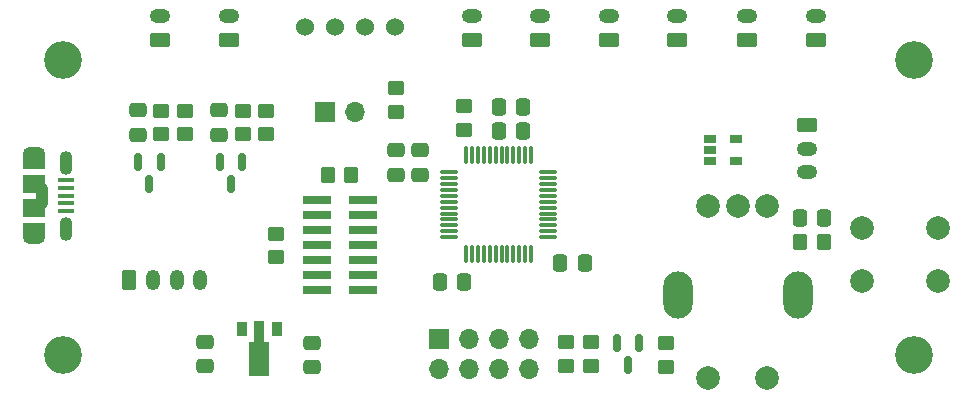
<source format=gbs>
G04 #@! TF.GenerationSoftware,KiCad,Pcbnew,(7.0.0)*
G04 #@! TF.CreationDate,2023-02-19T07:10:24+03:00*
G04 #@! TF.ProjectId,V0_McDisplay,56305f4d-6344-4697-9370-6c61792e6b69,1*
G04 #@! TF.SameCoordinates,Original*
G04 #@! TF.FileFunction,Soldermask,Bot*
G04 #@! TF.FilePolarity,Negative*
%FSLAX46Y46*%
G04 Gerber Fmt 4.6, Leading zero omitted, Abs format (unit mm)*
G04 Created by KiCad (PCBNEW (7.0.0)) date 2023-02-19 07:10:24*
%MOMM*%
%LPD*%
G01*
G04 APERTURE LIST*
G04 Aperture macros list*
%AMRoundRect*
0 Rectangle with rounded corners*
0 $1 Rounding radius*
0 $2 $3 $4 $5 $6 $7 $8 $9 X,Y pos of 4 corners*
0 Add a 4 corners polygon primitive as box body*
4,1,4,$2,$3,$4,$5,$6,$7,$8,$9,$2,$3,0*
0 Add four circle primitives for the rounded corners*
1,1,$1+$1,$2,$3*
1,1,$1+$1,$4,$5*
1,1,$1+$1,$6,$7*
1,1,$1+$1,$8,$9*
0 Add four rect primitives between the rounded corners*
20,1,$1+$1,$2,$3,$4,$5,0*
20,1,$1+$1,$4,$5,$6,$7,0*
20,1,$1+$1,$6,$7,$8,$9,0*
20,1,$1+$1,$8,$9,$2,$3,0*%
%AMFreePoly0*
4,1,9,3.700000,-0.866500,0.875000,-0.866500,0.875000,-0.450000,-0.900000,-0.450000,-0.900000,0.450000,0.875000,0.450000,0.875000,0.866500,3.700000,0.866500,3.700000,-0.866500,3.700000,-0.866500,$1*%
G04 Aperture macros list end*
%ADD10C,2.000000*%
%ADD11C,3.200000*%
%ADD12C,1.524000*%
%ADD13O,2.500000X4.000000*%
%ADD14RoundRect,0.250000X-0.337500X-0.475000X0.337500X-0.475000X0.337500X0.475000X-0.337500X0.475000X0*%
%ADD15RoundRect,0.250000X-0.475000X0.337500X-0.475000X-0.337500X0.475000X-0.337500X0.475000X0.337500X0*%
%ADD16R,1.060000X0.650000*%
%ADD17R,1.700000X1.700000*%
%ADD18O,1.700000X1.700000*%
%ADD19RoundRect,0.250000X-0.625000X0.350000X-0.625000X-0.350000X0.625000X-0.350000X0.625000X0.350000X0*%
%ADD20O,1.750000X1.200000*%
%ADD21R,2.400000X0.740000*%
%ADD22RoundRect,0.075000X-0.075000X0.662500X-0.075000X-0.662500X0.075000X-0.662500X0.075000X0.662500X0*%
%ADD23RoundRect,0.075000X-0.662500X0.075000X-0.662500X-0.075000X0.662500X-0.075000X0.662500X0.075000X0*%
%ADD24RoundRect,0.250000X0.475000X-0.337500X0.475000X0.337500X-0.475000X0.337500X-0.475000X-0.337500X0*%
%ADD25RoundRect,0.250000X0.625000X-0.350000X0.625000X0.350000X-0.625000X0.350000X-0.625000X-0.350000X0*%
%ADD26RoundRect,0.250000X0.337500X0.475000X-0.337500X0.475000X-0.337500X-0.475000X0.337500X-0.475000X0*%
%ADD27RoundRect,0.250000X-0.450000X0.350000X-0.450000X-0.350000X0.450000X-0.350000X0.450000X0.350000X0*%
%ADD28RoundRect,0.250000X0.450000X-0.350000X0.450000X0.350000X-0.450000X0.350000X-0.450000X-0.350000X0*%
%ADD29RoundRect,0.250000X0.350000X0.450000X-0.350000X0.450000X-0.350000X-0.450000X0.350000X-0.450000X0*%
%ADD30RoundRect,0.250000X-0.350000X-0.625000X0.350000X-0.625000X0.350000X0.625000X-0.350000X0.625000X0*%
%ADD31O,1.200000X1.750000*%
%ADD32RoundRect,0.150000X-0.150000X0.587500X-0.150000X-0.587500X0.150000X-0.587500X0.150000X0.587500X0*%
%ADD33R,1.350000X0.400000*%
%ADD34O,1.900000X1.200000*%
%ADD35R,1.900000X1.200000*%
%ADD36O,1.100000X2.000000*%
%ADD37R,1.900000X1.500000*%
%ADD38O,1.100000X2.200000*%
%ADD39R,0.900000X1.300000*%
%ADD40FreePoly0,270.000000*%
G04 APERTURE END LIST*
D10*
X71600000Y-20250000D03*
X78100000Y-20250000D03*
X71600000Y-24750000D03*
X78100000Y-24750000D03*
D11*
X76000000Y-31000000D03*
X4000000Y-31000000D03*
X4000000Y-6000000D03*
X76000000Y-6000000D03*
D12*
X24490000Y-3200000D03*
X27030000Y-3200000D03*
X29570000Y-3200000D03*
X32110000Y-3200000D03*
D10*
X63600000Y-18400000D03*
X58600000Y-18400000D03*
X61100000Y-18400000D03*
D13*
X66179999Y-25899999D03*
X56019999Y-25899999D03*
D10*
X63600000Y-32900000D03*
X58600000Y-32900000D03*
D14*
X66362500Y-19400000D03*
X68437500Y-19400000D03*
D15*
X10300000Y-10262500D03*
X10300000Y-12337500D03*
D16*
X58799999Y-14549999D03*
X58799999Y-13599999D03*
X58799999Y-12649999D03*
X60999999Y-12649999D03*
X60999999Y-14549999D03*
D17*
X35819999Y-29624999D03*
D18*
X35819999Y-32164999D03*
X38359999Y-29624999D03*
X38359999Y-32164999D03*
X40899999Y-29624999D03*
X40899999Y-32164999D03*
X43439999Y-29624999D03*
X43439999Y-32164999D03*
D19*
X66950000Y-11500000D03*
D20*
X66949999Y-13499999D03*
X66949999Y-15499999D03*
D21*
X25449999Y-25509999D03*
X29349999Y-25509999D03*
X25449999Y-24239999D03*
X29349999Y-24239999D03*
X25449999Y-22969999D03*
X29349999Y-22969999D03*
X25449999Y-21699999D03*
X29349999Y-21699999D03*
X25449999Y-20429999D03*
X29349999Y-20429999D03*
X25449999Y-19159999D03*
X29349999Y-19159999D03*
X25449999Y-17889999D03*
X29349999Y-17889999D03*
D17*
X26124999Y-10399999D03*
D18*
X28664999Y-10399999D03*
D15*
X34200000Y-13662500D03*
X34200000Y-15737500D03*
D14*
X46062500Y-23200000D03*
X48137500Y-23200000D03*
D22*
X38112500Y-14087500D03*
X38612500Y-14087500D03*
X39112500Y-14087500D03*
X39612500Y-14087500D03*
X40112500Y-14087500D03*
X40612500Y-14087500D03*
X41112500Y-14087500D03*
X41612500Y-14087500D03*
X42112500Y-14087500D03*
X42612500Y-14087500D03*
X43112500Y-14087500D03*
X43612500Y-14087500D03*
D23*
X45025000Y-15500000D03*
X45025000Y-16000000D03*
X45025000Y-16500000D03*
X45025000Y-17000000D03*
X45025000Y-17500000D03*
X45025000Y-18000000D03*
X45025000Y-18500000D03*
X45025000Y-19000000D03*
X45025000Y-19500000D03*
X45025000Y-20000000D03*
X45025000Y-20500000D03*
X45025000Y-21000000D03*
D22*
X43612500Y-22412500D03*
X43112500Y-22412500D03*
X42612500Y-22412500D03*
X42112500Y-22412500D03*
X41612500Y-22412500D03*
X41112500Y-22412500D03*
X40612500Y-22412500D03*
X40112500Y-22412500D03*
X39612500Y-22412500D03*
X39112500Y-22412500D03*
X38612500Y-22412500D03*
X38112500Y-22412500D03*
D23*
X36700000Y-21000000D03*
X36700000Y-20500000D03*
X36700000Y-20000000D03*
X36700000Y-19500000D03*
X36700000Y-19000000D03*
X36700000Y-18500000D03*
X36700000Y-18000000D03*
X36700000Y-17500000D03*
X36700000Y-17000000D03*
X36700000Y-16500000D03*
X36700000Y-16000000D03*
X36700000Y-15500000D03*
D24*
X16000000Y-31937500D03*
X16000000Y-29862500D03*
D25*
X38600000Y-4300000D03*
D20*
X38599999Y-2299999D03*
D26*
X42937500Y-12000000D03*
X40862500Y-12000000D03*
D27*
X32200000Y-8400000D03*
X32200000Y-10400000D03*
D14*
X35862500Y-24800000D03*
X37937500Y-24800000D03*
D27*
X14300000Y-10300001D03*
X14300000Y-12300001D03*
D28*
X19200000Y-12300000D03*
X19200000Y-10300000D03*
D29*
X28400000Y-15700000D03*
X26400000Y-15700000D03*
D15*
X17200000Y-10262500D03*
X17200000Y-12337500D03*
D26*
X42937500Y-10000000D03*
X40862500Y-10000000D03*
D25*
X61900000Y-4300000D03*
D20*
X61899999Y-2299999D03*
D25*
X50200000Y-4300000D03*
D20*
X50199999Y-2299999D03*
D30*
X9600000Y-24650000D03*
D31*
X11599999Y-24649999D03*
X13599999Y-24649999D03*
X15599999Y-24649999D03*
D15*
X32199999Y-13662500D03*
X32199999Y-15737500D03*
D28*
X48700000Y-31900000D03*
X48700000Y-29900000D03*
D32*
X50850000Y-29962500D03*
X52750000Y-29962500D03*
X51800000Y-31837500D03*
X10350000Y-14662500D03*
X12250000Y-14662500D03*
X11300000Y-16537500D03*
D25*
X44400000Y-4300000D03*
D20*
X44399999Y-2299999D03*
D25*
X12200000Y-4300000D03*
D20*
X12199999Y-2299999D03*
D28*
X46600000Y-31900000D03*
X46600000Y-29900000D03*
D33*
X4262499Y-18799999D03*
X4262499Y-18149999D03*
X4262499Y-17499999D03*
X4262499Y-16849999D03*
X4262499Y-16199999D03*
D34*
X1562499Y-20999999D03*
D35*
X1562499Y-20399999D03*
D36*
X4262499Y-20293999D03*
D37*
X1562499Y-18499999D03*
D38*
X2230499Y-17499999D03*
D37*
X1562499Y-16499999D03*
D36*
X4262499Y-14705999D03*
D35*
X1562499Y-14599999D03*
D34*
X1562499Y-13999999D03*
D25*
X18000000Y-4300000D03*
D20*
X17999999Y-2299999D03*
D39*
X19099999Y-28749999D03*
D40*
X20600000Y-29000000D03*
D39*
X22099999Y-28749999D03*
D27*
X21200000Y-10300000D03*
X21200000Y-12300000D03*
X55000000Y-30000000D03*
X55000000Y-32000000D03*
D28*
X37900000Y-11900000D03*
X37900000Y-9900000D03*
X12300000Y-12300001D03*
X12300000Y-10300001D03*
D25*
X56000000Y-4300000D03*
D20*
X55999999Y-2299999D03*
D15*
X25100000Y-29962500D03*
X25100000Y-32037500D03*
D25*
X67700000Y-4300000D03*
D20*
X67699999Y-2299999D03*
D29*
X68400000Y-21400000D03*
X66400000Y-21400000D03*
D27*
X22000000Y-20700000D03*
X22000000Y-22700000D03*
D32*
X17250000Y-14662500D03*
X19150000Y-14662500D03*
X18200000Y-16537500D03*
M02*

</source>
